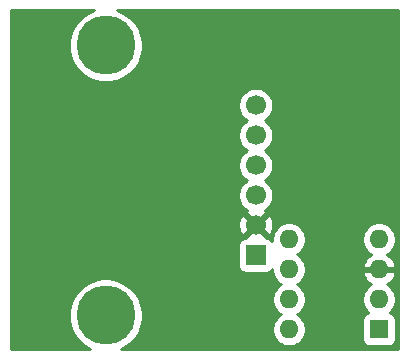
<source format=gbr>
%TF.GenerationSoftware,KiCad,Pcbnew,(5.1.6)-1*%
%TF.CreationDate,2021-08-29T15:44:04-07:00*%
%TF.ProjectId,MPX4115AP Adapter,4d505834-3131-4354-9150-204164617074,rev?*%
%TF.SameCoordinates,Original*%
%TF.FileFunction,Copper,L2,Bot*%
%TF.FilePolarity,Positive*%
%FSLAX46Y46*%
G04 Gerber Fmt 4.6, Leading zero omitted, Abs format (unit mm)*
G04 Created by KiCad (PCBNEW (5.1.6)-1) date 2021-08-29 15:44:04*
%MOMM*%
%LPD*%
G01*
G04 APERTURE LIST*
%TA.AperFunction,ComponentPad*%
%ADD10R,1.700000X1.700000*%
%TD*%
%TA.AperFunction,ComponentPad*%
%ADD11C,1.700000*%
%TD*%
%TA.AperFunction,ComponentPad*%
%ADD12C,5.000000*%
%TD*%
%TA.AperFunction,ComponentPad*%
%ADD13O,1.600000X1.600000*%
%TD*%
%TA.AperFunction,ComponentPad*%
%ADD14R,1.600000X1.600000*%
%TD*%
%TA.AperFunction,ViaPad*%
%ADD15C,0.800000*%
%TD*%
%TA.AperFunction,Conductor*%
%ADD16C,0.254000*%
%TD*%
G04 APERTURE END LIST*
D10*
%TO.P,U1,1*%
%TO.N,Net-(U1-Pad1)*%
X149860000Y-71196200D03*
D11*
%TO.P,U1,2*%
%TO.N,GND*%
X149860000Y-68656200D03*
%TO.P,U1,3*%
%TO.N,VCC*%
X149860000Y-66116200D03*
%TO.P,U1,4*%
%TO.N,N/C*%
X149860000Y-63576200D03*
%TO.P,U1,5*%
%TO.N,Net-(U1-Pad5)*%
X149860000Y-61036200D03*
%TO.P,U1,6*%
%TO.N,Net-(U1-Pad6)*%
X149860000Y-58496200D03*
D12*
%TO.P,U1,*%
%TO.N,*%
X137160000Y-53416200D03*
X137160000Y-76276200D03*
%TD*%
D13*
%TO.P,U2,8*%
%TO.N,Net-(U2-Pad8)*%
X152679400Y-77470000D03*
%TO.P,U2,4*%
%TO.N,Net-(U1-Pad1)*%
X160299400Y-69850000D03*
%TO.P,U2,7*%
%TO.N,Net-(U2-Pad7)*%
X152679400Y-74930000D03*
%TO.P,U2,3*%
%TO.N,GND*%
X160299400Y-72390000D03*
%TO.P,U2,6*%
%TO.N,Net-(U2-Pad6)*%
X152679400Y-72390000D03*
%TO.P,U2,2*%
%TO.N,VCC*%
X160299400Y-74930000D03*
%TO.P,U2,5*%
%TO.N,Net-(U2-Pad5)*%
X152679400Y-69850000D03*
D14*
%TO.P,U2,1*%
%TO.N,Net-(U2-Pad1)*%
X160299400Y-77470000D03*
%TD*%
D15*
%TO.N,GND*%
X160020000Y-52070000D03*
X146685000Y-52070000D03*
X131445000Y-52070000D03*
X130810000Y-77470000D03*
X146685000Y-77470000D03*
X157480000Y-77470000D03*
X160020000Y-61595000D03*
X142875000Y-65405000D03*
X130810000Y-65405000D03*
X152400000Y-64135000D03*
X158115000Y-71755000D03*
%TD*%
D16*
%TO.N,GND*%
G36*
X135675021Y-50637999D02*
G01*
X135161554Y-50981086D01*
X134724886Y-51417754D01*
X134381799Y-51931221D01*
X134145476Y-52501754D01*
X134025000Y-53107429D01*
X134025000Y-53724971D01*
X134145476Y-54330646D01*
X134381799Y-54901179D01*
X134724886Y-55414646D01*
X135161554Y-55851314D01*
X135675021Y-56194401D01*
X136245554Y-56430724D01*
X136851229Y-56551200D01*
X137468771Y-56551200D01*
X138074446Y-56430724D01*
X138644979Y-56194401D01*
X139158446Y-55851314D01*
X139595114Y-55414646D01*
X139938201Y-54901179D01*
X140174524Y-54330646D01*
X140295000Y-53724971D01*
X140295000Y-53107429D01*
X140174524Y-52501754D01*
X139938201Y-51931221D01*
X139595114Y-51417754D01*
X139158446Y-50981086D01*
X138644979Y-50637999D01*
X138116270Y-50419000D01*
X161900000Y-50419000D01*
X161900001Y-79121000D01*
X138484195Y-79121000D01*
X138644979Y-79054401D01*
X139158446Y-78711314D01*
X139595114Y-78274646D01*
X139938201Y-77761179D01*
X140174524Y-77190646D01*
X140295000Y-76584971D01*
X140295000Y-75967429D01*
X140174524Y-75361754D01*
X139938201Y-74791221D01*
X139595114Y-74277754D01*
X139158446Y-73841086D01*
X138644979Y-73497999D01*
X138074446Y-73261676D01*
X137468771Y-73141200D01*
X136851229Y-73141200D01*
X136245554Y-73261676D01*
X135675021Y-73497999D01*
X135161554Y-73841086D01*
X134724886Y-74277754D01*
X134381799Y-74791221D01*
X134145476Y-75361754D01*
X134025000Y-75967429D01*
X134025000Y-76584971D01*
X134145476Y-77190646D01*
X134381799Y-77761179D01*
X134724886Y-78274646D01*
X135161554Y-78711314D01*
X135675021Y-79054401D01*
X135835805Y-79121000D01*
X129159000Y-79121000D01*
X129159000Y-70346200D01*
X148371928Y-70346200D01*
X148371928Y-72046200D01*
X148384188Y-72170682D01*
X148420498Y-72290380D01*
X148479463Y-72400694D01*
X148558815Y-72497385D01*
X148655506Y-72576737D01*
X148765820Y-72635702D01*
X148885518Y-72672012D01*
X149010000Y-72684272D01*
X150710000Y-72684272D01*
X150834482Y-72672012D01*
X150954180Y-72635702D01*
X151064494Y-72576737D01*
X151161185Y-72497385D01*
X151240537Y-72400694D01*
X151244400Y-72393467D01*
X151244400Y-72531335D01*
X151299547Y-72808574D01*
X151407720Y-73069727D01*
X151564763Y-73304759D01*
X151764641Y-73504637D01*
X151997159Y-73660000D01*
X151764641Y-73815363D01*
X151564763Y-74015241D01*
X151407720Y-74250273D01*
X151299547Y-74511426D01*
X151244400Y-74788665D01*
X151244400Y-75071335D01*
X151299547Y-75348574D01*
X151407720Y-75609727D01*
X151564763Y-75844759D01*
X151764641Y-76044637D01*
X151997159Y-76200000D01*
X151764641Y-76355363D01*
X151564763Y-76555241D01*
X151407720Y-76790273D01*
X151299547Y-77051426D01*
X151244400Y-77328665D01*
X151244400Y-77611335D01*
X151299547Y-77888574D01*
X151407720Y-78149727D01*
X151564763Y-78384759D01*
X151764641Y-78584637D01*
X151999673Y-78741680D01*
X152260826Y-78849853D01*
X152538065Y-78905000D01*
X152820735Y-78905000D01*
X153097974Y-78849853D01*
X153359127Y-78741680D01*
X153594159Y-78584637D01*
X153794037Y-78384759D01*
X153951080Y-78149727D01*
X154059253Y-77888574D01*
X154114400Y-77611335D01*
X154114400Y-77328665D01*
X154059253Y-77051426D01*
X153951080Y-76790273D01*
X153870717Y-76670000D01*
X158861328Y-76670000D01*
X158861328Y-78270000D01*
X158873588Y-78394482D01*
X158909898Y-78514180D01*
X158968863Y-78624494D01*
X159048215Y-78721185D01*
X159144906Y-78800537D01*
X159255220Y-78859502D01*
X159374918Y-78895812D01*
X159499400Y-78908072D01*
X161099400Y-78908072D01*
X161223882Y-78895812D01*
X161343580Y-78859502D01*
X161453894Y-78800537D01*
X161550585Y-78721185D01*
X161629937Y-78624494D01*
X161688902Y-78514180D01*
X161725212Y-78394482D01*
X161737472Y-78270000D01*
X161737472Y-76670000D01*
X161725212Y-76545518D01*
X161688902Y-76425820D01*
X161629937Y-76315506D01*
X161550585Y-76218815D01*
X161453894Y-76139463D01*
X161343580Y-76080498D01*
X161223882Y-76044188D01*
X161215439Y-76043357D01*
X161414037Y-75844759D01*
X161571080Y-75609727D01*
X161679253Y-75348574D01*
X161734400Y-75071335D01*
X161734400Y-74788665D01*
X161679253Y-74511426D01*
X161571080Y-74250273D01*
X161414037Y-74015241D01*
X161214159Y-73815363D01*
X160979127Y-73658320D01*
X160968535Y-73653933D01*
X161154531Y-73542385D01*
X161362919Y-73353414D01*
X161530437Y-73127420D01*
X161650646Y-72873087D01*
X161691304Y-72739039D01*
X161569315Y-72517000D01*
X160426400Y-72517000D01*
X160426400Y-72537000D01*
X160172400Y-72537000D01*
X160172400Y-72517000D01*
X159029485Y-72517000D01*
X158907496Y-72739039D01*
X158948154Y-72873087D01*
X159068363Y-73127420D01*
X159235881Y-73353414D01*
X159444269Y-73542385D01*
X159630265Y-73653933D01*
X159619673Y-73658320D01*
X159384641Y-73815363D01*
X159184763Y-74015241D01*
X159027720Y-74250273D01*
X158919547Y-74511426D01*
X158864400Y-74788665D01*
X158864400Y-75071335D01*
X158919547Y-75348574D01*
X159027720Y-75609727D01*
X159184763Y-75844759D01*
X159383361Y-76043357D01*
X159374918Y-76044188D01*
X159255220Y-76080498D01*
X159144906Y-76139463D01*
X159048215Y-76218815D01*
X158968863Y-76315506D01*
X158909898Y-76425820D01*
X158873588Y-76545518D01*
X158861328Y-76670000D01*
X153870717Y-76670000D01*
X153794037Y-76555241D01*
X153594159Y-76355363D01*
X153361641Y-76200000D01*
X153594159Y-76044637D01*
X153794037Y-75844759D01*
X153951080Y-75609727D01*
X154059253Y-75348574D01*
X154114400Y-75071335D01*
X154114400Y-74788665D01*
X154059253Y-74511426D01*
X153951080Y-74250273D01*
X153794037Y-74015241D01*
X153594159Y-73815363D01*
X153361641Y-73660000D01*
X153594159Y-73504637D01*
X153794037Y-73304759D01*
X153951080Y-73069727D01*
X154059253Y-72808574D01*
X154114400Y-72531335D01*
X154114400Y-72248665D01*
X154059253Y-71971426D01*
X153951080Y-71710273D01*
X153794037Y-71475241D01*
X153594159Y-71275363D01*
X153361641Y-71120000D01*
X153594159Y-70964637D01*
X153794037Y-70764759D01*
X153951080Y-70529727D01*
X154059253Y-70268574D01*
X154114400Y-69991335D01*
X154114400Y-69708665D01*
X158864400Y-69708665D01*
X158864400Y-69991335D01*
X158919547Y-70268574D01*
X159027720Y-70529727D01*
X159184763Y-70764759D01*
X159384641Y-70964637D01*
X159619673Y-71121680D01*
X159630265Y-71126067D01*
X159444269Y-71237615D01*
X159235881Y-71426586D01*
X159068363Y-71652580D01*
X158948154Y-71906913D01*
X158907496Y-72040961D01*
X159029485Y-72263000D01*
X160172400Y-72263000D01*
X160172400Y-72243000D01*
X160426400Y-72243000D01*
X160426400Y-72263000D01*
X161569315Y-72263000D01*
X161691304Y-72040961D01*
X161650646Y-71906913D01*
X161530437Y-71652580D01*
X161362919Y-71426586D01*
X161154531Y-71237615D01*
X160968535Y-71126067D01*
X160979127Y-71121680D01*
X161214159Y-70964637D01*
X161414037Y-70764759D01*
X161571080Y-70529727D01*
X161679253Y-70268574D01*
X161734400Y-69991335D01*
X161734400Y-69708665D01*
X161679253Y-69431426D01*
X161571080Y-69170273D01*
X161414037Y-68935241D01*
X161214159Y-68735363D01*
X160979127Y-68578320D01*
X160717974Y-68470147D01*
X160440735Y-68415000D01*
X160158065Y-68415000D01*
X159880826Y-68470147D01*
X159619673Y-68578320D01*
X159384641Y-68735363D01*
X159184763Y-68935241D01*
X159027720Y-69170273D01*
X158919547Y-69431426D01*
X158864400Y-69708665D01*
X154114400Y-69708665D01*
X154059253Y-69431426D01*
X153951080Y-69170273D01*
X153794037Y-68935241D01*
X153594159Y-68735363D01*
X153359127Y-68578320D01*
X153097974Y-68470147D01*
X152820735Y-68415000D01*
X152538065Y-68415000D01*
X152260826Y-68470147D01*
X151999673Y-68578320D01*
X151764641Y-68735363D01*
X151564763Y-68935241D01*
X151407720Y-69170273D01*
X151299547Y-69431426D01*
X151244400Y-69708665D01*
X151244400Y-69991335D01*
X151246807Y-70003436D01*
X151240537Y-69991706D01*
X151161185Y-69895015D01*
X151064494Y-69815663D01*
X150954180Y-69756698D01*
X150834482Y-69720388D01*
X150710000Y-69708128D01*
X150701458Y-69708128D01*
X150708792Y-69684597D01*
X149860000Y-68835805D01*
X149011208Y-69684597D01*
X149018542Y-69708128D01*
X149010000Y-69708128D01*
X148885518Y-69720388D01*
X148765820Y-69756698D01*
X148655506Y-69815663D01*
X148558815Y-69895015D01*
X148479463Y-69991706D01*
X148420498Y-70102020D01*
X148384188Y-70221718D01*
X148371928Y-70346200D01*
X129159000Y-70346200D01*
X129159000Y-68724731D01*
X148369389Y-68724731D01*
X148411401Y-69014219D01*
X148509081Y-69289947D01*
X148582528Y-69427357D01*
X148831603Y-69504992D01*
X149680395Y-68656200D01*
X150039605Y-68656200D01*
X150888397Y-69504992D01*
X151137472Y-69427357D01*
X151263371Y-69163317D01*
X151335339Y-68879789D01*
X151350611Y-68587669D01*
X151308599Y-68298181D01*
X151210919Y-68022453D01*
X151137472Y-67885043D01*
X150888397Y-67807408D01*
X150039605Y-68656200D01*
X149680395Y-68656200D01*
X148831603Y-67807408D01*
X148582528Y-67885043D01*
X148456629Y-68149083D01*
X148384661Y-68432611D01*
X148369389Y-68724731D01*
X129159000Y-68724731D01*
X129159000Y-58349940D01*
X148375000Y-58349940D01*
X148375000Y-58642460D01*
X148432068Y-58929358D01*
X148544010Y-59199611D01*
X148706525Y-59442832D01*
X148913368Y-59649675D01*
X149087760Y-59766200D01*
X148913368Y-59882725D01*
X148706525Y-60089568D01*
X148544010Y-60332789D01*
X148432068Y-60603042D01*
X148375000Y-60889940D01*
X148375000Y-61182460D01*
X148432068Y-61469358D01*
X148544010Y-61739611D01*
X148706525Y-61982832D01*
X148913368Y-62189675D01*
X149087760Y-62306200D01*
X148913368Y-62422725D01*
X148706525Y-62629568D01*
X148544010Y-62872789D01*
X148432068Y-63143042D01*
X148375000Y-63429940D01*
X148375000Y-63722460D01*
X148432068Y-64009358D01*
X148544010Y-64279611D01*
X148706525Y-64522832D01*
X148913368Y-64729675D01*
X149087760Y-64846200D01*
X148913368Y-64962725D01*
X148706525Y-65169568D01*
X148544010Y-65412789D01*
X148432068Y-65683042D01*
X148375000Y-65969940D01*
X148375000Y-66262460D01*
X148432068Y-66549358D01*
X148544010Y-66819611D01*
X148706525Y-67062832D01*
X148913368Y-67269675D01*
X149086729Y-67385511D01*
X149011208Y-67627803D01*
X149860000Y-68476595D01*
X150708792Y-67627803D01*
X150633271Y-67385511D01*
X150806632Y-67269675D01*
X151013475Y-67062832D01*
X151175990Y-66819611D01*
X151287932Y-66549358D01*
X151345000Y-66262460D01*
X151345000Y-65969940D01*
X151287932Y-65683042D01*
X151175990Y-65412789D01*
X151013475Y-65169568D01*
X150806632Y-64962725D01*
X150632240Y-64846200D01*
X150806632Y-64729675D01*
X151013475Y-64522832D01*
X151175990Y-64279611D01*
X151287932Y-64009358D01*
X151345000Y-63722460D01*
X151345000Y-63429940D01*
X151287932Y-63143042D01*
X151175990Y-62872789D01*
X151013475Y-62629568D01*
X150806632Y-62422725D01*
X150632240Y-62306200D01*
X150806632Y-62189675D01*
X151013475Y-61982832D01*
X151175990Y-61739611D01*
X151287932Y-61469358D01*
X151345000Y-61182460D01*
X151345000Y-60889940D01*
X151287932Y-60603042D01*
X151175990Y-60332789D01*
X151013475Y-60089568D01*
X150806632Y-59882725D01*
X150632240Y-59766200D01*
X150806632Y-59649675D01*
X151013475Y-59442832D01*
X151175990Y-59199611D01*
X151287932Y-58929358D01*
X151345000Y-58642460D01*
X151345000Y-58349940D01*
X151287932Y-58063042D01*
X151175990Y-57792789D01*
X151013475Y-57549568D01*
X150806632Y-57342725D01*
X150563411Y-57180210D01*
X150293158Y-57068268D01*
X150006260Y-57011200D01*
X149713740Y-57011200D01*
X149426842Y-57068268D01*
X149156589Y-57180210D01*
X148913368Y-57342725D01*
X148706525Y-57549568D01*
X148544010Y-57792789D01*
X148432068Y-58063042D01*
X148375000Y-58349940D01*
X129159000Y-58349940D01*
X129159000Y-50419000D01*
X136203730Y-50419000D01*
X135675021Y-50637999D01*
G37*
X135675021Y-50637999D02*
X135161554Y-50981086D01*
X134724886Y-51417754D01*
X134381799Y-51931221D01*
X134145476Y-52501754D01*
X134025000Y-53107429D01*
X134025000Y-53724971D01*
X134145476Y-54330646D01*
X134381799Y-54901179D01*
X134724886Y-55414646D01*
X135161554Y-55851314D01*
X135675021Y-56194401D01*
X136245554Y-56430724D01*
X136851229Y-56551200D01*
X137468771Y-56551200D01*
X138074446Y-56430724D01*
X138644979Y-56194401D01*
X139158446Y-55851314D01*
X139595114Y-55414646D01*
X139938201Y-54901179D01*
X140174524Y-54330646D01*
X140295000Y-53724971D01*
X140295000Y-53107429D01*
X140174524Y-52501754D01*
X139938201Y-51931221D01*
X139595114Y-51417754D01*
X139158446Y-50981086D01*
X138644979Y-50637999D01*
X138116270Y-50419000D01*
X161900000Y-50419000D01*
X161900001Y-79121000D01*
X138484195Y-79121000D01*
X138644979Y-79054401D01*
X139158446Y-78711314D01*
X139595114Y-78274646D01*
X139938201Y-77761179D01*
X140174524Y-77190646D01*
X140295000Y-76584971D01*
X140295000Y-75967429D01*
X140174524Y-75361754D01*
X139938201Y-74791221D01*
X139595114Y-74277754D01*
X139158446Y-73841086D01*
X138644979Y-73497999D01*
X138074446Y-73261676D01*
X137468771Y-73141200D01*
X136851229Y-73141200D01*
X136245554Y-73261676D01*
X135675021Y-73497999D01*
X135161554Y-73841086D01*
X134724886Y-74277754D01*
X134381799Y-74791221D01*
X134145476Y-75361754D01*
X134025000Y-75967429D01*
X134025000Y-76584971D01*
X134145476Y-77190646D01*
X134381799Y-77761179D01*
X134724886Y-78274646D01*
X135161554Y-78711314D01*
X135675021Y-79054401D01*
X135835805Y-79121000D01*
X129159000Y-79121000D01*
X129159000Y-70346200D01*
X148371928Y-70346200D01*
X148371928Y-72046200D01*
X148384188Y-72170682D01*
X148420498Y-72290380D01*
X148479463Y-72400694D01*
X148558815Y-72497385D01*
X148655506Y-72576737D01*
X148765820Y-72635702D01*
X148885518Y-72672012D01*
X149010000Y-72684272D01*
X150710000Y-72684272D01*
X150834482Y-72672012D01*
X150954180Y-72635702D01*
X151064494Y-72576737D01*
X151161185Y-72497385D01*
X151240537Y-72400694D01*
X151244400Y-72393467D01*
X151244400Y-72531335D01*
X151299547Y-72808574D01*
X151407720Y-73069727D01*
X151564763Y-73304759D01*
X151764641Y-73504637D01*
X151997159Y-73660000D01*
X151764641Y-73815363D01*
X151564763Y-74015241D01*
X151407720Y-74250273D01*
X151299547Y-74511426D01*
X151244400Y-74788665D01*
X151244400Y-75071335D01*
X151299547Y-75348574D01*
X151407720Y-75609727D01*
X151564763Y-75844759D01*
X151764641Y-76044637D01*
X151997159Y-76200000D01*
X151764641Y-76355363D01*
X151564763Y-76555241D01*
X151407720Y-76790273D01*
X151299547Y-77051426D01*
X151244400Y-77328665D01*
X151244400Y-77611335D01*
X151299547Y-77888574D01*
X151407720Y-78149727D01*
X151564763Y-78384759D01*
X151764641Y-78584637D01*
X151999673Y-78741680D01*
X152260826Y-78849853D01*
X152538065Y-78905000D01*
X152820735Y-78905000D01*
X153097974Y-78849853D01*
X153359127Y-78741680D01*
X153594159Y-78584637D01*
X153794037Y-78384759D01*
X153951080Y-78149727D01*
X154059253Y-77888574D01*
X154114400Y-77611335D01*
X154114400Y-77328665D01*
X154059253Y-77051426D01*
X153951080Y-76790273D01*
X153870717Y-76670000D01*
X158861328Y-76670000D01*
X158861328Y-78270000D01*
X158873588Y-78394482D01*
X158909898Y-78514180D01*
X158968863Y-78624494D01*
X159048215Y-78721185D01*
X159144906Y-78800537D01*
X159255220Y-78859502D01*
X159374918Y-78895812D01*
X159499400Y-78908072D01*
X161099400Y-78908072D01*
X161223882Y-78895812D01*
X161343580Y-78859502D01*
X161453894Y-78800537D01*
X161550585Y-78721185D01*
X161629937Y-78624494D01*
X161688902Y-78514180D01*
X161725212Y-78394482D01*
X161737472Y-78270000D01*
X161737472Y-76670000D01*
X161725212Y-76545518D01*
X161688902Y-76425820D01*
X161629937Y-76315506D01*
X161550585Y-76218815D01*
X161453894Y-76139463D01*
X161343580Y-76080498D01*
X161223882Y-76044188D01*
X161215439Y-76043357D01*
X161414037Y-75844759D01*
X161571080Y-75609727D01*
X161679253Y-75348574D01*
X161734400Y-75071335D01*
X161734400Y-74788665D01*
X161679253Y-74511426D01*
X161571080Y-74250273D01*
X161414037Y-74015241D01*
X161214159Y-73815363D01*
X160979127Y-73658320D01*
X160968535Y-73653933D01*
X161154531Y-73542385D01*
X161362919Y-73353414D01*
X161530437Y-73127420D01*
X161650646Y-72873087D01*
X161691304Y-72739039D01*
X161569315Y-72517000D01*
X160426400Y-72517000D01*
X160426400Y-72537000D01*
X160172400Y-72537000D01*
X160172400Y-72517000D01*
X159029485Y-72517000D01*
X158907496Y-72739039D01*
X158948154Y-72873087D01*
X159068363Y-73127420D01*
X159235881Y-73353414D01*
X159444269Y-73542385D01*
X159630265Y-73653933D01*
X159619673Y-73658320D01*
X159384641Y-73815363D01*
X159184763Y-74015241D01*
X159027720Y-74250273D01*
X158919547Y-74511426D01*
X158864400Y-74788665D01*
X158864400Y-75071335D01*
X158919547Y-75348574D01*
X159027720Y-75609727D01*
X159184763Y-75844759D01*
X159383361Y-76043357D01*
X159374918Y-76044188D01*
X159255220Y-76080498D01*
X159144906Y-76139463D01*
X159048215Y-76218815D01*
X158968863Y-76315506D01*
X158909898Y-76425820D01*
X158873588Y-76545518D01*
X158861328Y-76670000D01*
X153870717Y-76670000D01*
X153794037Y-76555241D01*
X153594159Y-76355363D01*
X153361641Y-76200000D01*
X153594159Y-76044637D01*
X153794037Y-75844759D01*
X153951080Y-75609727D01*
X154059253Y-75348574D01*
X154114400Y-75071335D01*
X154114400Y-74788665D01*
X154059253Y-74511426D01*
X153951080Y-74250273D01*
X153794037Y-74015241D01*
X153594159Y-73815363D01*
X153361641Y-73660000D01*
X153594159Y-73504637D01*
X153794037Y-73304759D01*
X153951080Y-73069727D01*
X154059253Y-72808574D01*
X154114400Y-72531335D01*
X154114400Y-72248665D01*
X154059253Y-71971426D01*
X153951080Y-71710273D01*
X153794037Y-71475241D01*
X153594159Y-71275363D01*
X153361641Y-71120000D01*
X153594159Y-70964637D01*
X153794037Y-70764759D01*
X153951080Y-70529727D01*
X154059253Y-70268574D01*
X154114400Y-69991335D01*
X154114400Y-69708665D01*
X158864400Y-69708665D01*
X158864400Y-69991335D01*
X158919547Y-70268574D01*
X159027720Y-70529727D01*
X159184763Y-70764759D01*
X159384641Y-70964637D01*
X159619673Y-71121680D01*
X159630265Y-71126067D01*
X159444269Y-71237615D01*
X159235881Y-71426586D01*
X159068363Y-71652580D01*
X158948154Y-71906913D01*
X158907496Y-72040961D01*
X159029485Y-72263000D01*
X160172400Y-72263000D01*
X160172400Y-72243000D01*
X160426400Y-72243000D01*
X160426400Y-72263000D01*
X161569315Y-72263000D01*
X161691304Y-72040961D01*
X161650646Y-71906913D01*
X161530437Y-71652580D01*
X161362919Y-71426586D01*
X161154531Y-71237615D01*
X160968535Y-71126067D01*
X160979127Y-71121680D01*
X161214159Y-70964637D01*
X161414037Y-70764759D01*
X161571080Y-70529727D01*
X161679253Y-70268574D01*
X161734400Y-69991335D01*
X161734400Y-69708665D01*
X161679253Y-69431426D01*
X161571080Y-69170273D01*
X161414037Y-68935241D01*
X161214159Y-68735363D01*
X160979127Y-68578320D01*
X160717974Y-68470147D01*
X160440735Y-68415000D01*
X160158065Y-68415000D01*
X159880826Y-68470147D01*
X159619673Y-68578320D01*
X159384641Y-68735363D01*
X159184763Y-68935241D01*
X159027720Y-69170273D01*
X158919547Y-69431426D01*
X158864400Y-69708665D01*
X154114400Y-69708665D01*
X154059253Y-69431426D01*
X153951080Y-69170273D01*
X153794037Y-68935241D01*
X153594159Y-68735363D01*
X153359127Y-68578320D01*
X153097974Y-68470147D01*
X152820735Y-68415000D01*
X152538065Y-68415000D01*
X152260826Y-68470147D01*
X151999673Y-68578320D01*
X151764641Y-68735363D01*
X151564763Y-68935241D01*
X151407720Y-69170273D01*
X151299547Y-69431426D01*
X151244400Y-69708665D01*
X151244400Y-69991335D01*
X151246807Y-70003436D01*
X151240537Y-69991706D01*
X151161185Y-69895015D01*
X151064494Y-69815663D01*
X150954180Y-69756698D01*
X150834482Y-69720388D01*
X150710000Y-69708128D01*
X150701458Y-69708128D01*
X150708792Y-69684597D01*
X149860000Y-68835805D01*
X149011208Y-69684597D01*
X149018542Y-69708128D01*
X149010000Y-69708128D01*
X148885518Y-69720388D01*
X148765820Y-69756698D01*
X148655506Y-69815663D01*
X148558815Y-69895015D01*
X148479463Y-69991706D01*
X148420498Y-70102020D01*
X148384188Y-70221718D01*
X148371928Y-70346200D01*
X129159000Y-70346200D01*
X129159000Y-68724731D01*
X148369389Y-68724731D01*
X148411401Y-69014219D01*
X148509081Y-69289947D01*
X148582528Y-69427357D01*
X148831603Y-69504992D01*
X149680395Y-68656200D01*
X150039605Y-68656200D01*
X150888397Y-69504992D01*
X151137472Y-69427357D01*
X151263371Y-69163317D01*
X151335339Y-68879789D01*
X151350611Y-68587669D01*
X151308599Y-68298181D01*
X151210919Y-68022453D01*
X151137472Y-67885043D01*
X150888397Y-67807408D01*
X150039605Y-68656200D01*
X149680395Y-68656200D01*
X148831603Y-67807408D01*
X148582528Y-67885043D01*
X148456629Y-68149083D01*
X148384661Y-68432611D01*
X148369389Y-68724731D01*
X129159000Y-68724731D01*
X129159000Y-58349940D01*
X148375000Y-58349940D01*
X148375000Y-58642460D01*
X148432068Y-58929358D01*
X148544010Y-59199611D01*
X148706525Y-59442832D01*
X148913368Y-59649675D01*
X149087760Y-59766200D01*
X148913368Y-59882725D01*
X148706525Y-60089568D01*
X148544010Y-60332789D01*
X148432068Y-60603042D01*
X148375000Y-60889940D01*
X148375000Y-61182460D01*
X148432068Y-61469358D01*
X148544010Y-61739611D01*
X148706525Y-61982832D01*
X148913368Y-62189675D01*
X149087760Y-62306200D01*
X148913368Y-62422725D01*
X148706525Y-62629568D01*
X148544010Y-62872789D01*
X148432068Y-63143042D01*
X148375000Y-63429940D01*
X148375000Y-63722460D01*
X148432068Y-64009358D01*
X148544010Y-64279611D01*
X148706525Y-64522832D01*
X148913368Y-64729675D01*
X149087760Y-64846200D01*
X148913368Y-64962725D01*
X148706525Y-65169568D01*
X148544010Y-65412789D01*
X148432068Y-65683042D01*
X148375000Y-65969940D01*
X148375000Y-66262460D01*
X148432068Y-66549358D01*
X148544010Y-66819611D01*
X148706525Y-67062832D01*
X148913368Y-67269675D01*
X149086729Y-67385511D01*
X149011208Y-67627803D01*
X149860000Y-68476595D01*
X150708792Y-67627803D01*
X150633271Y-67385511D01*
X150806632Y-67269675D01*
X151013475Y-67062832D01*
X151175990Y-66819611D01*
X151287932Y-66549358D01*
X151345000Y-66262460D01*
X151345000Y-65969940D01*
X151287932Y-65683042D01*
X151175990Y-65412789D01*
X151013475Y-65169568D01*
X150806632Y-64962725D01*
X150632240Y-64846200D01*
X150806632Y-64729675D01*
X151013475Y-64522832D01*
X151175990Y-64279611D01*
X151287932Y-64009358D01*
X151345000Y-63722460D01*
X151345000Y-63429940D01*
X151287932Y-63143042D01*
X151175990Y-62872789D01*
X151013475Y-62629568D01*
X150806632Y-62422725D01*
X150632240Y-62306200D01*
X150806632Y-62189675D01*
X151013475Y-61982832D01*
X151175990Y-61739611D01*
X151287932Y-61469358D01*
X151345000Y-61182460D01*
X151345000Y-60889940D01*
X151287932Y-60603042D01*
X151175990Y-60332789D01*
X151013475Y-60089568D01*
X150806632Y-59882725D01*
X150632240Y-59766200D01*
X150806632Y-59649675D01*
X151013475Y-59442832D01*
X151175990Y-59199611D01*
X151287932Y-58929358D01*
X151345000Y-58642460D01*
X151345000Y-58349940D01*
X151287932Y-58063042D01*
X151175990Y-57792789D01*
X151013475Y-57549568D01*
X150806632Y-57342725D01*
X150563411Y-57180210D01*
X150293158Y-57068268D01*
X150006260Y-57011200D01*
X149713740Y-57011200D01*
X149426842Y-57068268D01*
X149156589Y-57180210D01*
X148913368Y-57342725D01*
X148706525Y-57549568D01*
X148544010Y-57792789D01*
X148432068Y-58063042D01*
X148375000Y-58349940D01*
X129159000Y-58349940D01*
X129159000Y-50419000D01*
X136203730Y-50419000D01*
X135675021Y-50637999D01*
G36*
X135675021Y-50637999D02*
G01*
X135161554Y-50981086D01*
X134724886Y-51417754D01*
X134381799Y-51931221D01*
X134145476Y-52501754D01*
X134025000Y-53107429D01*
X134025000Y-53724971D01*
X134145476Y-54330646D01*
X134381799Y-54901179D01*
X134724886Y-55414646D01*
X135161554Y-55851314D01*
X135675021Y-56194401D01*
X136245554Y-56430724D01*
X136851229Y-56551200D01*
X137468771Y-56551200D01*
X138074446Y-56430724D01*
X138644979Y-56194401D01*
X139158446Y-55851314D01*
X139595114Y-55414646D01*
X139938201Y-54901179D01*
X140174524Y-54330646D01*
X140295000Y-53724971D01*
X140295000Y-53107429D01*
X140174524Y-52501754D01*
X139938201Y-51931221D01*
X139595114Y-51417754D01*
X139158446Y-50981086D01*
X138644979Y-50637999D01*
X138116270Y-50419000D01*
X161900000Y-50419000D01*
X161900001Y-79121000D01*
X138484195Y-79121000D01*
X138644979Y-79054401D01*
X139158446Y-78711314D01*
X139595114Y-78274646D01*
X139938201Y-77761179D01*
X140174524Y-77190646D01*
X140295000Y-76584971D01*
X140295000Y-75967429D01*
X140174524Y-75361754D01*
X139938201Y-74791221D01*
X139595114Y-74277754D01*
X139158446Y-73841086D01*
X138644979Y-73497999D01*
X138074446Y-73261676D01*
X137468771Y-73141200D01*
X136851229Y-73141200D01*
X136245554Y-73261676D01*
X135675021Y-73497999D01*
X135161554Y-73841086D01*
X134724886Y-74277754D01*
X134381799Y-74791221D01*
X134145476Y-75361754D01*
X134025000Y-75967429D01*
X134025000Y-76584971D01*
X134145476Y-77190646D01*
X134381799Y-77761179D01*
X134724886Y-78274646D01*
X135161554Y-78711314D01*
X135675021Y-79054401D01*
X135835805Y-79121000D01*
X129159000Y-79121000D01*
X129159000Y-70346200D01*
X148371928Y-70346200D01*
X148371928Y-72046200D01*
X148384188Y-72170682D01*
X148420498Y-72290380D01*
X148479463Y-72400694D01*
X148558815Y-72497385D01*
X148655506Y-72576737D01*
X148765820Y-72635702D01*
X148885518Y-72672012D01*
X149010000Y-72684272D01*
X150710000Y-72684272D01*
X150834482Y-72672012D01*
X150954180Y-72635702D01*
X151064494Y-72576737D01*
X151161185Y-72497385D01*
X151240537Y-72400694D01*
X151244400Y-72393467D01*
X151244400Y-72531335D01*
X151299547Y-72808574D01*
X151407720Y-73069727D01*
X151564763Y-73304759D01*
X151764641Y-73504637D01*
X151997159Y-73660000D01*
X151764641Y-73815363D01*
X151564763Y-74015241D01*
X151407720Y-74250273D01*
X151299547Y-74511426D01*
X151244400Y-74788665D01*
X151244400Y-75071335D01*
X151299547Y-75348574D01*
X151407720Y-75609727D01*
X151564763Y-75844759D01*
X151764641Y-76044637D01*
X151997159Y-76200000D01*
X151764641Y-76355363D01*
X151564763Y-76555241D01*
X151407720Y-76790273D01*
X151299547Y-77051426D01*
X151244400Y-77328665D01*
X151244400Y-77611335D01*
X151299547Y-77888574D01*
X151407720Y-78149727D01*
X151564763Y-78384759D01*
X151764641Y-78584637D01*
X151999673Y-78741680D01*
X152260826Y-78849853D01*
X152538065Y-78905000D01*
X152820735Y-78905000D01*
X153097974Y-78849853D01*
X153359127Y-78741680D01*
X153594159Y-78584637D01*
X153794037Y-78384759D01*
X153951080Y-78149727D01*
X154059253Y-77888574D01*
X154114400Y-77611335D01*
X154114400Y-77328665D01*
X154059253Y-77051426D01*
X153951080Y-76790273D01*
X153870717Y-76670000D01*
X158861328Y-76670000D01*
X158861328Y-78270000D01*
X158873588Y-78394482D01*
X158909898Y-78514180D01*
X158968863Y-78624494D01*
X159048215Y-78721185D01*
X159144906Y-78800537D01*
X159255220Y-78859502D01*
X159374918Y-78895812D01*
X159499400Y-78908072D01*
X161099400Y-78908072D01*
X161223882Y-78895812D01*
X161343580Y-78859502D01*
X161453894Y-78800537D01*
X161550585Y-78721185D01*
X161629937Y-78624494D01*
X161688902Y-78514180D01*
X161725212Y-78394482D01*
X161737472Y-78270000D01*
X161737472Y-76670000D01*
X161725212Y-76545518D01*
X161688902Y-76425820D01*
X161629937Y-76315506D01*
X161550585Y-76218815D01*
X161453894Y-76139463D01*
X161343580Y-76080498D01*
X161223882Y-76044188D01*
X161215439Y-76043357D01*
X161414037Y-75844759D01*
X161571080Y-75609727D01*
X161679253Y-75348574D01*
X161734400Y-75071335D01*
X161734400Y-74788665D01*
X161679253Y-74511426D01*
X161571080Y-74250273D01*
X161414037Y-74015241D01*
X161214159Y-73815363D01*
X160979127Y-73658320D01*
X160968535Y-73653933D01*
X161154531Y-73542385D01*
X161362919Y-73353414D01*
X161530437Y-73127420D01*
X161650646Y-72873087D01*
X161691304Y-72739039D01*
X161569315Y-72517000D01*
X160426400Y-72517000D01*
X160426400Y-72537000D01*
X160172400Y-72537000D01*
X160172400Y-72517000D01*
X159029485Y-72517000D01*
X158907496Y-72739039D01*
X158948154Y-72873087D01*
X159068363Y-73127420D01*
X159235881Y-73353414D01*
X159444269Y-73542385D01*
X159630265Y-73653933D01*
X159619673Y-73658320D01*
X159384641Y-73815363D01*
X159184763Y-74015241D01*
X159027720Y-74250273D01*
X158919547Y-74511426D01*
X158864400Y-74788665D01*
X158864400Y-75071335D01*
X158919547Y-75348574D01*
X159027720Y-75609727D01*
X159184763Y-75844759D01*
X159383361Y-76043357D01*
X159374918Y-76044188D01*
X159255220Y-76080498D01*
X159144906Y-76139463D01*
X159048215Y-76218815D01*
X158968863Y-76315506D01*
X158909898Y-76425820D01*
X158873588Y-76545518D01*
X158861328Y-76670000D01*
X153870717Y-76670000D01*
X153794037Y-76555241D01*
X153594159Y-76355363D01*
X153361641Y-76200000D01*
X153594159Y-76044637D01*
X153794037Y-75844759D01*
X153951080Y-75609727D01*
X154059253Y-75348574D01*
X154114400Y-75071335D01*
X154114400Y-74788665D01*
X154059253Y-74511426D01*
X153951080Y-74250273D01*
X153794037Y-74015241D01*
X153594159Y-73815363D01*
X153361641Y-73660000D01*
X153594159Y-73504637D01*
X153794037Y-73304759D01*
X153951080Y-73069727D01*
X154059253Y-72808574D01*
X154114400Y-72531335D01*
X154114400Y-72248665D01*
X154059253Y-71971426D01*
X153951080Y-71710273D01*
X153794037Y-71475241D01*
X153594159Y-71275363D01*
X153361641Y-71120000D01*
X153594159Y-70964637D01*
X153794037Y-70764759D01*
X153951080Y-70529727D01*
X154059253Y-70268574D01*
X154114400Y-69991335D01*
X154114400Y-69708665D01*
X158864400Y-69708665D01*
X158864400Y-69991335D01*
X158919547Y-70268574D01*
X159027720Y-70529727D01*
X159184763Y-70764759D01*
X159384641Y-70964637D01*
X159619673Y-71121680D01*
X159630265Y-71126067D01*
X159444269Y-71237615D01*
X159235881Y-71426586D01*
X159068363Y-71652580D01*
X158948154Y-71906913D01*
X158907496Y-72040961D01*
X159029485Y-72263000D01*
X160172400Y-72263000D01*
X160172400Y-72243000D01*
X160426400Y-72243000D01*
X160426400Y-72263000D01*
X161569315Y-72263000D01*
X161691304Y-72040961D01*
X161650646Y-71906913D01*
X161530437Y-71652580D01*
X161362919Y-71426586D01*
X161154531Y-71237615D01*
X160968535Y-71126067D01*
X160979127Y-71121680D01*
X161214159Y-70964637D01*
X161414037Y-70764759D01*
X161571080Y-70529727D01*
X161679253Y-70268574D01*
X161734400Y-69991335D01*
X161734400Y-69708665D01*
X161679253Y-69431426D01*
X161571080Y-69170273D01*
X161414037Y-68935241D01*
X161214159Y-68735363D01*
X160979127Y-68578320D01*
X160717974Y-68470147D01*
X160440735Y-68415000D01*
X160158065Y-68415000D01*
X159880826Y-68470147D01*
X159619673Y-68578320D01*
X159384641Y-68735363D01*
X159184763Y-68935241D01*
X159027720Y-69170273D01*
X158919547Y-69431426D01*
X158864400Y-69708665D01*
X154114400Y-69708665D01*
X154059253Y-69431426D01*
X153951080Y-69170273D01*
X153794037Y-68935241D01*
X153594159Y-68735363D01*
X153359127Y-68578320D01*
X153097974Y-68470147D01*
X152820735Y-68415000D01*
X152538065Y-68415000D01*
X152260826Y-68470147D01*
X151999673Y-68578320D01*
X151764641Y-68735363D01*
X151564763Y-68935241D01*
X151407720Y-69170273D01*
X151299547Y-69431426D01*
X151244400Y-69708665D01*
X151244400Y-69991335D01*
X151246807Y-70003436D01*
X151240537Y-69991706D01*
X151161185Y-69895015D01*
X151064494Y-69815663D01*
X150954180Y-69756698D01*
X150834482Y-69720388D01*
X150710000Y-69708128D01*
X150701458Y-69708128D01*
X150708792Y-69684597D01*
X149860000Y-68835805D01*
X149011208Y-69684597D01*
X149018542Y-69708128D01*
X149010000Y-69708128D01*
X148885518Y-69720388D01*
X148765820Y-69756698D01*
X148655506Y-69815663D01*
X148558815Y-69895015D01*
X148479463Y-69991706D01*
X148420498Y-70102020D01*
X148384188Y-70221718D01*
X148371928Y-70346200D01*
X129159000Y-70346200D01*
X129159000Y-68724731D01*
X148369389Y-68724731D01*
X148411401Y-69014219D01*
X148509081Y-69289947D01*
X148582528Y-69427357D01*
X148831603Y-69504992D01*
X149680395Y-68656200D01*
X150039605Y-68656200D01*
X150888397Y-69504992D01*
X151137472Y-69427357D01*
X151263371Y-69163317D01*
X151335339Y-68879789D01*
X151350611Y-68587669D01*
X151308599Y-68298181D01*
X151210919Y-68022453D01*
X151137472Y-67885043D01*
X150888397Y-67807408D01*
X150039605Y-68656200D01*
X149680395Y-68656200D01*
X148831603Y-67807408D01*
X148582528Y-67885043D01*
X148456629Y-68149083D01*
X148384661Y-68432611D01*
X148369389Y-68724731D01*
X129159000Y-68724731D01*
X129159000Y-58349940D01*
X148375000Y-58349940D01*
X148375000Y-58642460D01*
X148432068Y-58929358D01*
X148544010Y-59199611D01*
X148706525Y-59442832D01*
X148913368Y-59649675D01*
X149087760Y-59766200D01*
X148913368Y-59882725D01*
X148706525Y-60089568D01*
X148544010Y-60332789D01*
X148432068Y-60603042D01*
X148375000Y-60889940D01*
X148375000Y-61182460D01*
X148432068Y-61469358D01*
X148544010Y-61739611D01*
X148706525Y-61982832D01*
X148913368Y-62189675D01*
X149087760Y-62306200D01*
X148913368Y-62422725D01*
X148706525Y-62629568D01*
X148544010Y-62872789D01*
X148432068Y-63143042D01*
X148375000Y-63429940D01*
X148375000Y-63722460D01*
X148432068Y-64009358D01*
X148544010Y-64279611D01*
X148706525Y-64522832D01*
X148913368Y-64729675D01*
X149087760Y-64846200D01*
X148913368Y-64962725D01*
X148706525Y-65169568D01*
X148544010Y-65412789D01*
X148432068Y-65683042D01*
X148375000Y-65969940D01*
X148375000Y-66262460D01*
X148432068Y-66549358D01*
X148544010Y-66819611D01*
X148706525Y-67062832D01*
X148913368Y-67269675D01*
X149086729Y-67385511D01*
X149011208Y-67627803D01*
X149860000Y-68476595D01*
X150708792Y-67627803D01*
X150633271Y-67385511D01*
X150806632Y-67269675D01*
X151013475Y-67062832D01*
X151175990Y-66819611D01*
X151287932Y-66549358D01*
X151345000Y-66262460D01*
X151345000Y-65969940D01*
X151287932Y-65683042D01*
X151175990Y-65412789D01*
X151013475Y-65169568D01*
X150806632Y-64962725D01*
X150632240Y-64846200D01*
X150806632Y-64729675D01*
X151013475Y-64522832D01*
X151175990Y-64279611D01*
X151287932Y-64009358D01*
X151345000Y-63722460D01*
X151345000Y-63429940D01*
X151287932Y-63143042D01*
X151175990Y-62872789D01*
X151013475Y-62629568D01*
X150806632Y-62422725D01*
X150632240Y-62306200D01*
X150806632Y-62189675D01*
X151013475Y-61982832D01*
X151175990Y-61739611D01*
X151287932Y-61469358D01*
X151345000Y-61182460D01*
X151345000Y-60889940D01*
X151287932Y-60603042D01*
X151175990Y-60332789D01*
X151013475Y-60089568D01*
X150806632Y-59882725D01*
X150632240Y-59766200D01*
X150806632Y-59649675D01*
X151013475Y-59442832D01*
X151175990Y-59199611D01*
X151287932Y-58929358D01*
X151345000Y-58642460D01*
X151345000Y-58349940D01*
X151287932Y-58063042D01*
X151175990Y-57792789D01*
X151013475Y-57549568D01*
X150806632Y-57342725D01*
X150563411Y-57180210D01*
X150293158Y-57068268D01*
X150006260Y-57011200D01*
X149713740Y-57011200D01*
X149426842Y-57068268D01*
X149156589Y-57180210D01*
X148913368Y-57342725D01*
X148706525Y-57549568D01*
X148544010Y-57792789D01*
X148432068Y-58063042D01*
X148375000Y-58349940D01*
X129159000Y-58349940D01*
X129159000Y-50419000D01*
X136203730Y-50419000D01*
X135675021Y-50637999D01*
G37*
X135675021Y-50637999D02*
X135161554Y-50981086D01*
X134724886Y-51417754D01*
X134381799Y-51931221D01*
X134145476Y-52501754D01*
X134025000Y-53107429D01*
X134025000Y-53724971D01*
X134145476Y-54330646D01*
X134381799Y-54901179D01*
X134724886Y-55414646D01*
X135161554Y-55851314D01*
X135675021Y-56194401D01*
X136245554Y-56430724D01*
X136851229Y-56551200D01*
X137468771Y-56551200D01*
X138074446Y-56430724D01*
X138644979Y-56194401D01*
X139158446Y-55851314D01*
X139595114Y-55414646D01*
X139938201Y-54901179D01*
X140174524Y-54330646D01*
X140295000Y-53724971D01*
X140295000Y-53107429D01*
X140174524Y-52501754D01*
X139938201Y-51931221D01*
X139595114Y-51417754D01*
X139158446Y-50981086D01*
X138644979Y-50637999D01*
X138116270Y-50419000D01*
X161900000Y-50419000D01*
X161900001Y-79121000D01*
X138484195Y-79121000D01*
X138644979Y-79054401D01*
X139158446Y-78711314D01*
X139595114Y-78274646D01*
X139938201Y-77761179D01*
X140174524Y-77190646D01*
X140295000Y-76584971D01*
X140295000Y-75967429D01*
X140174524Y-75361754D01*
X139938201Y-74791221D01*
X139595114Y-74277754D01*
X139158446Y-73841086D01*
X138644979Y-73497999D01*
X138074446Y-73261676D01*
X137468771Y-73141200D01*
X136851229Y-73141200D01*
X136245554Y-73261676D01*
X135675021Y-73497999D01*
X135161554Y-73841086D01*
X134724886Y-74277754D01*
X134381799Y-74791221D01*
X134145476Y-75361754D01*
X134025000Y-75967429D01*
X134025000Y-76584971D01*
X134145476Y-77190646D01*
X134381799Y-77761179D01*
X134724886Y-78274646D01*
X135161554Y-78711314D01*
X135675021Y-79054401D01*
X135835805Y-79121000D01*
X129159000Y-79121000D01*
X129159000Y-70346200D01*
X148371928Y-70346200D01*
X148371928Y-72046200D01*
X148384188Y-72170682D01*
X148420498Y-72290380D01*
X148479463Y-72400694D01*
X148558815Y-72497385D01*
X148655506Y-72576737D01*
X148765820Y-72635702D01*
X148885518Y-72672012D01*
X149010000Y-72684272D01*
X150710000Y-72684272D01*
X150834482Y-72672012D01*
X150954180Y-72635702D01*
X151064494Y-72576737D01*
X151161185Y-72497385D01*
X151240537Y-72400694D01*
X151244400Y-72393467D01*
X151244400Y-72531335D01*
X151299547Y-72808574D01*
X151407720Y-73069727D01*
X151564763Y-73304759D01*
X151764641Y-73504637D01*
X151997159Y-73660000D01*
X151764641Y-73815363D01*
X151564763Y-74015241D01*
X151407720Y-74250273D01*
X151299547Y-74511426D01*
X151244400Y-74788665D01*
X151244400Y-75071335D01*
X151299547Y-75348574D01*
X151407720Y-75609727D01*
X151564763Y-75844759D01*
X151764641Y-76044637D01*
X151997159Y-76200000D01*
X151764641Y-76355363D01*
X151564763Y-76555241D01*
X151407720Y-76790273D01*
X151299547Y-77051426D01*
X151244400Y-77328665D01*
X151244400Y-77611335D01*
X151299547Y-77888574D01*
X151407720Y-78149727D01*
X151564763Y-78384759D01*
X151764641Y-78584637D01*
X151999673Y-78741680D01*
X152260826Y-78849853D01*
X152538065Y-78905000D01*
X152820735Y-78905000D01*
X153097974Y-78849853D01*
X153359127Y-78741680D01*
X153594159Y-78584637D01*
X153794037Y-78384759D01*
X153951080Y-78149727D01*
X154059253Y-77888574D01*
X154114400Y-77611335D01*
X154114400Y-77328665D01*
X154059253Y-77051426D01*
X153951080Y-76790273D01*
X153870717Y-76670000D01*
X158861328Y-76670000D01*
X158861328Y-78270000D01*
X158873588Y-78394482D01*
X158909898Y-78514180D01*
X158968863Y-78624494D01*
X159048215Y-78721185D01*
X159144906Y-78800537D01*
X159255220Y-78859502D01*
X159374918Y-78895812D01*
X159499400Y-78908072D01*
X161099400Y-78908072D01*
X161223882Y-78895812D01*
X161343580Y-78859502D01*
X161453894Y-78800537D01*
X161550585Y-78721185D01*
X161629937Y-78624494D01*
X161688902Y-78514180D01*
X161725212Y-78394482D01*
X161737472Y-78270000D01*
X161737472Y-76670000D01*
X161725212Y-76545518D01*
X161688902Y-76425820D01*
X161629937Y-76315506D01*
X161550585Y-76218815D01*
X161453894Y-76139463D01*
X161343580Y-76080498D01*
X161223882Y-76044188D01*
X161215439Y-76043357D01*
X161414037Y-75844759D01*
X161571080Y-75609727D01*
X161679253Y-75348574D01*
X161734400Y-75071335D01*
X161734400Y-74788665D01*
X161679253Y-74511426D01*
X161571080Y-74250273D01*
X161414037Y-74015241D01*
X161214159Y-73815363D01*
X160979127Y-73658320D01*
X160968535Y-73653933D01*
X161154531Y-73542385D01*
X161362919Y-73353414D01*
X161530437Y-73127420D01*
X161650646Y-72873087D01*
X161691304Y-72739039D01*
X161569315Y-72517000D01*
X160426400Y-72517000D01*
X160426400Y-72537000D01*
X160172400Y-72537000D01*
X160172400Y-72517000D01*
X159029485Y-72517000D01*
X158907496Y-72739039D01*
X158948154Y-72873087D01*
X159068363Y-73127420D01*
X159235881Y-73353414D01*
X159444269Y-73542385D01*
X159630265Y-73653933D01*
X159619673Y-73658320D01*
X159384641Y-73815363D01*
X159184763Y-74015241D01*
X159027720Y-74250273D01*
X158919547Y-74511426D01*
X158864400Y-74788665D01*
X158864400Y-75071335D01*
X158919547Y-75348574D01*
X159027720Y-75609727D01*
X159184763Y-75844759D01*
X159383361Y-76043357D01*
X159374918Y-76044188D01*
X159255220Y-76080498D01*
X159144906Y-76139463D01*
X159048215Y-76218815D01*
X158968863Y-76315506D01*
X158909898Y-76425820D01*
X158873588Y-76545518D01*
X158861328Y-76670000D01*
X153870717Y-76670000D01*
X153794037Y-76555241D01*
X153594159Y-76355363D01*
X153361641Y-76200000D01*
X153594159Y-76044637D01*
X153794037Y-75844759D01*
X153951080Y-75609727D01*
X154059253Y-75348574D01*
X154114400Y-75071335D01*
X154114400Y-74788665D01*
X154059253Y-74511426D01*
X153951080Y-74250273D01*
X153794037Y-74015241D01*
X153594159Y-73815363D01*
X153361641Y-73660000D01*
X153594159Y-73504637D01*
X153794037Y-73304759D01*
X153951080Y-73069727D01*
X154059253Y-72808574D01*
X154114400Y-72531335D01*
X154114400Y-72248665D01*
X154059253Y-71971426D01*
X153951080Y-71710273D01*
X153794037Y-71475241D01*
X153594159Y-71275363D01*
X153361641Y-71120000D01*
X153594159Y-70964637D01*
X153794037Y-70764759D01*
X153951080Y-70529727D01*
X154059253Y-70268574D01*
X154114400Y-69991335D01*
X154114400Y-69708665D01*
X158864400Y-69708665D01*
X158864400Y-69991335D01*
X158919547Y-70268574D01*
X159027720Y-70529727D01*
X159184763Y-70764759D01*
X159384641Y-70964637D01*
X159619673Y-71121680D01*
X159630265Y-71126067D01*
X159444269Y-71237615D01*
X159235881Y-71426586D01*
X159068363Y-71652580D01*
X158948154Y-71906913D01*
X158907496Y-72040961D01*
X159029485Y-72263000D01*
X160172400Y-72263000D01*
X160172400Y-72243000D01*
X160426400Y-72243000D01*
X160426400Y-72263000D01*
X161569315Y-72263000D01*
X161691304Y-72040961D01*
X161650646Y-71906913D01*
X161530437Y-71652580D01*
X161362919Y-71426586D01*
X161154531Y-71237615D01*
X160968535Y-71126067D01*
X160979127Y-71121680D01*
X161214159Y-70964637D01*
X161414037Y-70764759D01*
X161571080Y-70529727D01*
X161679253Y-70268574D01*
X161734400Y-69991335D01*
X161734400Y-69708665D01*
X161679253Y-69431426D01*
X161571080Y-69170273D01*
X161414037Y-68935241D01*
X161214159Y-68735363D01*
X160979127Y-68578320D01*
X160717974Y-68470147D01*
X160440735Y-68415000D01*
X160158065Y-68415000D01*
X159880826Y-68470147D01*
X159619673Y-68578320D01*
X159384641Y-68735363D01*
X159184763Y-68935241D01*
X159027720Y-69170273D01*
X158919547Y-69431426D01*
X158864400Y-69708665D01*
X154114400Y-69708665D01*
X154059253Y-69431426D01*
X153951080Y-69170273D01*
X153794037Y-68935241D01*
X153594159Y-68735363D01*
X153359127Y-68578320D01*
X153097974Y-68470147D01*
X152820735Y-68415000D01*
X152538065Y-68415000D01*
X152260826Y-68470147D01*
X151999673Y-68578320D01*
X151764641Y-68735363D01*
X151564763Y-68935241D01*
X151407720Y-69170273D01*
X151299547Y-69431426D01*
X151244400Y-69708665D01*
X151244400Y-69991335D01*
X151246807Y-70003436D01*
X151240537Y-69991706D01*
X151161185Y-69895015D01*
X151064494Y-69815663D01*
X150954180Y-69756698D01*
X150834482Y-69720388D01*
X150710000Y-69708128D01*
X150701458Y-69708128D01*
X150708792Y-69684597D01*
X149860000Y-68835805D01*
X149011208Y-69684597D01*
X149018542Y-69708128D01*
X149010000Y-69708128D01*
X148885518Y-69720388D01*
X148765820Y-69756698D01*
X148655506Y-69815663D01*
X148558815Y-69895015D01*
X148479463Y-69991706D01*
X148420498Y-70102020D01*
X148384188Y-70221718D01*
X148371928Y-70346200D01*
X129159000Y-70346200D01*
X129159000Y-68724731D01*
X148369389Y-68724731D01*
X148411401Y-69014219D01*
X148509081Y-69289947D01*
X148582528Y-69427357D01*
X148831603Y-69504992D01*
X149680395Y-68656200D01*
X150039605Y-68656200D01*
X150888397Y-69504992D01*
X151137472Y-69427357D01*
X151263371Y-69163317D01*
X151335339Y-68879789D01*
X151350611Y-68587669D01*
X151308599Y-68298181D01*
X151210919Y-68022453D01*
X151137472Y-67885043D01*
X150888397Y-67807408D01*
X150039605Y-68656200D01*
X149680395Y-68656200D01*
X148831603Y-67807408D01*
X148582528Y-67885043D01*
X148456629Y-68149083D01*
X148384661Y-68432611D01*
X148369389Y-68724731D01*
X129159000Y-68724731D01*
X129159000Y-58349940D01*
X148375000Y-58349940D01*
X148375000Y-58642460D01*
X148432068Y-58929358D01*
X148544010Y-59199611D01*
X148706525Y-59442832D01*
X148913368Y-59649675D01*
X149087760Y-59766200D01*
X148913368Y-59882725D01*
X148706525Y-60089568D01*
X148544010Y-60332789D01*
X148432068Y-60603042D01*
X148375000Y-60889940D01*
X148375000Y-61182460D01*
X148432068Y-61469358D01*
X148544010Y-61739611D01*
X148706525Y-61982832D01*
X148913368Y-62189675D01*
X149087760Y-62306200D01*
X148913368Y-62422725D01*
X148706525Y-62629568D01*
X148544010Y-62872789D01*
X148432068Y-63143042D01*
X148375000Y-63429940D01*
X148375000Y-63722460D01*
X148432068Y-64009358D01*
X148544010Y-64279611D01*
X148706525Y-64522832D01*
X148913368Y-64729675D01*
X149087760Y-64846200D01*
X148913368Y-64962725D01*
X148706525Y-65169568D01*
X148544010Y-65412789D01*
X148432068Y-65683042D01*
X148375000Y-65969940D01*
X148375000Y-66262460D01*
X148432068Y-66549358D01*
X148544010Y-66819611D01*
X148706525Y-67062832D01*
X148913368Y-67269675D01*
X149086729Y-67385511D01*
X149011208Y-67627803D01*
X149860000Y-68476595D01*
X150708792Y-67627803D01*
X150633271Y-67385511D01*
X150806632Y-67269675D01*
X151013475Y-67062832D01*
X151175990Y-66819611D01*
X151287932Y-66549358D01*
X151345000Y-66262460D01*
X151345000Y-65969940D01*
X151287932Y-65683042D01*
X151175990Y-65412789D01*
X151013475Y-65169568D01*
X150806632Y-64962725D01*
X150632240Y-64846200D01*
X150806632Y-64729675D01*
X151013475Y-64522832D01*
X151175990Y-64279611D01*
X151287932Y-64009358D01*
X151345000Y-63722460D01*
X151345000Y-63429940D01*
X151287932Y-63143042D01*
X151175990Y-62872789D01*
X151013475Y-62629568D01*
X150806632Y-62422725D01*
X150632240Y-62306200D01*
X150806632Y-62189675D01*
X151013475Y-61982832D01*
X151175990Y-61739611D01*
X151287932Y-61469358D01*
X151345000Y-61182460D01*
X151345000Y-60889940D01*
X151287932Y-60603042D01*
X151175990Y-60332789D01*
X151013475Y-60089568D01*
X150806632Y-59882725D01*
X150632240Y-59766200D01*
X150806632Y-59649675D01*
X151013475Y-59442832D01*
X151175990Y-59199611D01*
X151287932Y-58929358D01*
X151345000Y-58642460D01*
X151345000Y-58349940D01*
X151287932Y-58063042D01*
X151175990Y-57792789D01*
X151013475Y-57549568D01*
X150806632Y-57342725D01*
X150563411Y-57180210D01*
X150293158Y-57068268D01*
X150006260Y-57011200D01*
X149713740Y-57011200D01*
X149426842Y-57068268D01*
X149156589Y-57180210D01*
X148913368Y-57342725D01*
X148706525Y-57549568D01*
X148544010Y-57792789D01*
X148432068Y-58063042D01*
X148375000Y-58349940D01*
X129159000Y-58349940D01*
X129159000Y-50419000D01*
X136203730Y-50419000D01*
X135675021Y-50637999D01*
%TD*%
M02*

</source>
